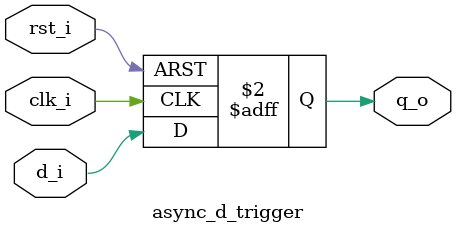
<source format=sv>
module async_d_trigger (
    input  logic clk_i,
    input  logic rst_i,
    input  logic d_i,

    output logic q_o
);

  always_ff @(posedge clk_i or posedge rst_i)
   begin
     if (rst_i)
       q_o <= 1'b0;
     else
       q_o <= d_i;
    end

endmodule

</source>
